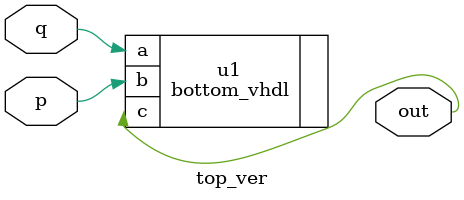
<source format=v>

module top_ver (
input    q, p,
output   out, );
bottom_vhdl u1 (.a(q), .b(p), .c(out));

endmodule



</source>
